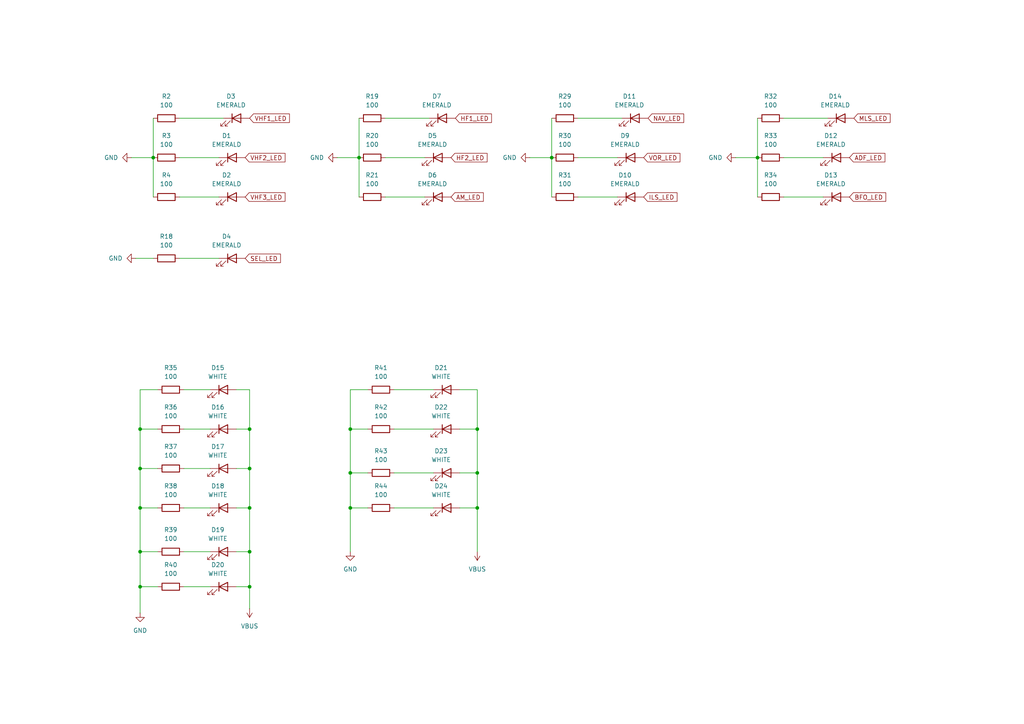
<source format=kicad_sch>
(kicad_sch (version 20231120) (generator "eeschema") (generator_version "8.0")
  (paper "A4")
  (lib_symbols
    (symbol "Device:LED" (pin_numbers hide) (pin_names (offset 1.016) hide)
      (property "Reference" "D" (at 0 2.54 0))
      (property "Value" "LED" (at 0 -2.54 0))
      (symbol "LED_0_1"
        (polyline (pts (xy -1.27 -1.27) (xy -1.27 1.27)) (stroke (width 0.254)))
        (polyline (pts (xy -1.27 0) (xy 1.27 0)))
        (polyline (pts (xy 1.27 -1.27) (xy 1.27 1.27) (xy -1.27 0) (xy 1.27 -1.27)) (stroke (width 0.254)))
        (polyline (pts (xy -3.048 -0.762) (xy -4.572 -2.286) (xy -3.81 -2.286) (xy -4.572 -2.286) (xy -4.572 -1.524)))
        (polyline (pts (xy -1.778 -0.762) (xy -3.302 -2.286) (xy -2.54 -2.286) (xy -3.302 -2.286) (xy -3.302 -1.524)))
      )
      (symbol "LED_1_1"
        (pin passive line (at -3.81 0 0) (length 2.54) (name "K") (number "1"))
        (pin passive line (at 3.81 0 180) (length 2.54) (name "A") (number "2"))
      )
    )
    (symbol "Device:R" (pin_numbers hide) (pin_names (offset 0))
      (property "Reference" "R" (at 2.032 0 90))
      (property "Value" "R" (at 0 0 90))
      (symbol "R_0_1"
        (rectangle (start -1.016 -2.54) (end 1.016 2.54) (stroke (width 0.254)))
      )
      (symbol "R_1_1"
        (pin passive line (at 0 3.81 270) (length 1.27) (name "~") (number "1"))
        (pin passive line (at 0 -3.81 90) (length 1.27) (name "~") (number "2"))
      )
    )
    (symbol "power:GND" (power) (pin_numbers hide) (pin_names (offset 0) hide)
      (property "Value" "GND" (at 0 -3.81 0))
      (symbol "GND_0_1"
        (polyline (pts (xy 0 0) (xy 0 -1.27) (xy 1.27 -1.27) (xy 0 -2.54) (xy -1.27 -1.27) (xy 0 -1.27)))
      )
      (symbol "GND_1_1"
        (pin power_in line (at 0 0 270) (length 0) (name "~") (number "1"))
      )
    )
    (symbol "power:VBUS" (power) (pin_numbers hide) (pin_names (offset 0) hide)
      (property "Value" "VBUS" (at 0 3.556 0))
      (symbol "VBUS_0_1"
        (polyline (pts (xy -0.762 1.27) (xy 0 2.54)))
        (polyline (pts (xy 0 0) (xy 0 2.54)))
        (polyline (pts (xy 0 2.54) (xy 0.762 1.27)))
      )
      (symbol "VBUS_1_1"
        (pin power_in line (at 0 0 90) (length 0) (name "~") (number "1"))
      )
    )
  )
  (junction (at 101.6 147.32))
  (junction (at 104.14 45.72))
  (junction (at 72.39 160.02))
  (junction (at 72.39 135.89))
  (junction (at 40.64 170.18))
  (junction (at 138.43 147.32))
  (junction (at 72.39 170.18))
  (junction (at 101.6 124.46))
  (junction (at 72.39 124.46))
  (junction (at 40.64 147.32))
  (junction (at 40.64 160.02))
  (junction (at 138.43 124.46))
  (junction (at 40.64 135.89))
  (junction (at 44.45 45.72))
  (junction (at 138.43 137.16))
  (junction (at 40.64 124.46))
  (junction (at 219.71 45.72))
  (junction (at 160.02 45.72))
  (junction (at 72.39 147.32))
  (junction (at 101.6 137.16))
  (wire (pts (xy 213.36 45.72) (xy 219.71 45.72)))
  (wire (pts (xy 153.67 45.72) (xy 160.02 45.72)))
  (wire (pts (xy 101.6 113.03) (xy 106.68 113.03)))
  (wire (pts (xy 72.39 113.03) (xy 72.39 124.46)))
  (wire (pts (xy 101.6 137.16) (xy 101.6 147.32)))
  (wire (pts (xy 40.64 124.46) (xy 40.64 135.89)))
  (wire (pts (xy 72.39 147.32) (xy 72.39 135.89)))
  (wire (pts (xy 167.64 45.72) (xy 179.07 45.72)))
  (wire (pts (xy 160.02 45.72) (xy 160.02 57.15)))
  (wire (pts (xy 111.76 45.72) (xy 123.19 45.72)))
  (wire (pts (xy 133.35 124.46) (xy 138.43 124.46)))
  (wire (pts (xy 52.07 45.72) (xy 63.5 45.72)))
  (wire (pts (xy 68.58 160.02) (xy 72.39 160.02)))
  (wire (pts (xy 104.14 34.29) (xy 104.14 45.72)))
  (wire (pts (xy 68.58 170.18) (xy 72.39 170.18)))
  (wire (pts (xy 44.45 34.29) (xy 44.45 45.72)))
  (wire (pts (xy 72.39 160.02) (xy 72.39 147.32)))
  (wire (pts (xy 72.39 113.03) (xy 68.58 113.03)))
  (wire (pts (xy 101.6 124.46) (xy 101.6 137.16)))
  (wire (pts (xy 53.34 135.89) (xy 60.96 135.89)))
  (wire (pts (xy 101.6 147.32) (xy 101.6 160.02)))
  (wire (pts (xy 40.64 135.89) (xy 45.72 135.89)))
  (wire (pts (xy 111.76 57.15) (xy 123.19 57.15)))
  (wire (pts (xy 53.34 124.46) (xy 60.96 124.46)))
  (wire (pts (xy 72.39 135.89) (xy 72.39 124.46)))
  (wire (pts (xy 40.64 124.46) (xy 45.72 124.46)))
  (wire (pts (xy 38.1 45.72) (xy 44.45 45.72)))
  (wire (pts (xy 227.33 57.15) (xy 238.76 57.15)))
  (wire (pts (xy 114.3 113.03) (xy 125.73 113.03)))
  (wire (pts (xy 133.35 137.16) (xy 138.43 137.16)))
  (wire (pts (xy 68.58 147.32) (xy 72.39 147.32)))
  (wire (pts (xy 219.71 45.72) (xy 219.71 57.15)))
  (wire (pts (xy 227.33 34.29) (xy 240.03 34.29)))
  (wire (pts (xy 52.07 57.15) (xy 63.5 57.15)))
  (wire (pts (xy 227.33 45.72) (xy 238.76 45.72)))
  (wire (pts (xy 167.64 34.29) (xy 180.34 34.29)))
  (wire (pts (xy 40.64 113.03) (xy 45.72 113.03)))
  (wire (pts (xy 101.6 147.32) (xy 106.68 147.32)))
  (wire (pts (xy 53.34 113.03) (xy 60.96 113.03)))
  (wire (pts (xy 101.6 124.46) (xy 106.68 124.46)))
  (wire (pts (xy 138.43 160.02) (xy 138.43 147.32)))
  (wire (pts (xy 138.43 147.32) (xy 138.43 137.16)))
  (wire (pts (xy 114.3 124.46) (xy 125.73 124.46)))
  (wire (pts (xy 53.34 170.18) (xy 60.96 170.18)))
  (wire (pts (xy 219.71 34.29) (xy 219.71 45.72)))
  (wire (pts (xy 40.64 170.18) (xy 45.72 170.18)))
  (wire (pts (xy 101.6 113.03) (xy 101.6 124.46)))
  (wire (pts (xy 72.39 170.18) (xy 72.39 160.02)))
  (wire (pts (xy 68.58 124.46) (xy 72.39 124.46)))
  (wire (pts (xy 53.34 147.32) (xy 60.96 147.32)))
  (wire (pts (xy 133.35 147.32) (xy 138.43 147.32)))
  (wire (pts (xy 40.64 160.02) (xy 45.72 160.02)))
  (wire (pts (xy 111.76 34.29) (xy 124.46 34.29)))
  (wire (pts (xy 101.6 137.16) (xy 106.68 137.16)))
  (wire (pts (xy 40.64 135.89) (xy 40.64 147.32)))
  (wire (pts (xy 104.14 45.72) (xy 104.14 57.15)))
  (wire (pts (xy 40.64 113.03) (xy 40.64 124.46)))
  (wire (pts (xy 97.79 45.72) (xy 104.14 45.72)))
  (wire (pts (xy 114.3 147.32) (xy 125.73 147.32)))
  (wire (pts (xy 40.64 147.32) (xy 45.72 147.32)))
  (wire (pts (xy 72.39 176.53) (xy 72.39 170.18)))
  (wire (pts (xy 52.07 34.29) (xy 64.77 34.29)))
  (wire (pts (xy 138.43 113.03) (xy 133.35 113.03)))
  (wire (pts (xy 40.64 160.02) (xy 40.64 170.18)))
  (wire (pts (xy 44.45 45.72) (xy 44.45 57.15)))
  (wire (pts (xy 52.07 74.93) (xy 63.5 74.93)))
  (wire (pts (xy 167.64 57.15) (xy 179.07 57.15)))
  (wire (pts (xy 114.3 137.16) (xy 125.73 137.16)))
  (wire (pts (xy 40.64 147.32) (xy 40.64 160.02)))
  (wire (pts (xy 138.43 137.16) (xy 138.43 124.46)))
  (wire (pts (xy 138.43 124.46) (xy 138.43 113.03)))
  (wire (pts (xy 53.34 160.02) (xy 60.96 160.02)))
  (wire (pts (xy 40.64 170.18) (xy 40.64 177.8)))
  (wire (pts (xy 68.58 135.89) (xy 72.39 135.89)))
  (wire (pts (xy 160.02 34.29) (xy 160.02 45.72)))
  (wire (pts (xy 39.37 74.93) (xy 44.45 74.93)))
  (global_label "BFO_LED" (shape input) (at 246.38 57.15 0) (property "Intersheetrefs" "${INTERSHEET_REFS}" (effects (hide yes))))
  (global_label "VOR_LED" (shape input) (at 186.69 45.72 0) (property "Intersheetrefs" "${INTERSHEET_REFS}" (effects (hide yes))))
  (global_label "ILS_LED" (shape input) (at 186.69 57.15 0) (property "Intersheetrefs" "${INTERSHEET_REFS}" (effects (hide yes))))
  (global_label "ADF_LED" (shape input) (at 246.38 45.72 0) (property "Intersheetrefs" "${INTERSHEET_REFS}" (effects (hide yes))))
  (global_label "SEL_LED" (shape input) (at 71.12 74.93 0) (property "Intersheetrefs" "${INTERSHEET_REFS}" (effects (hide yes))))
  (global_label "NAV_LED" (shape input) (at 187.96 34.29 0) (property "Intersheetrefs" "${INTERSHEET_REFS}" (effects (hide yes))))
  (global_label "AM_LED" (shape input) (at 130.81 57.15 0) (property "Intersheetrefs" "${INTERSHEET_REFS}" (effects (hide yes))))
  (global_label "HF2_LED" (shape input) (at 130.81 45.72 0) (property "Intersheetrefs" "${INTERSHEET_REFS}" (effects (hide yes))))
  (global_label "HF1_LED" (shape input) (at 132.08 34.29 0) (property "Intersheetrefs" "${INTERSHEET_REFS}" (effects (hide yes))))
  (global_label "MLS_LED" (shape input) (at 247.65 34.29 0) (property "Intersheetrefs" "${INTERSHEET_REFS}" (effects (hide yes))))
  (global_label "VHF3_LED" (shape input) (at 71.12 57.15 0) (property "Intersheetrefs" "${INTERSHEET_REFS}" (effects (hide yes))))
  (global_label "VHF2_LED" (shape input) (at 71.12 45.72 0) (property "Intersheetrefs" "${INTERSHEET_REFS}" (effects (hide yes))))
  (global_label "VHF1_LED" (shape input) (at 72.39 34.29 0) (property "Intersheetrefs" "${INTERSHEET_REFS}" (effects (hide yes))))
  (symbol (lib_id "power:VBUS") (at 138.43 160.02 180) (unit 1)
    (property "Reference" "#PWR071" (effects (hide yes)))
    (property "Value" "VBUS" (at 138.43 165.1 0))
    (property "Description" "Power symbol creates a global label with name \"VBUS\"" (effects (hide yes)))
  )
  (symbol (lib_id "Device:R") (at 223.52 45.72 90) (unit 1)
    (property "Reference" "R33" (at 223.52 39.37 90))
    (property "Value" "100" (at 223.52 41.91 90))
    (property "Footprint" "Resistor_SMD:R_0402_1005Metric" (effects (hide yes)))
    (property "Description" "Resistor" (effects (hide yes)))
  )
  (symbol (lib_id "power:GND") (at 213.36 45.72 270) (unit 1)
    (property "Reference" "#PWR040" (effects (hide yes)))
    (property "Value" "GND" (at 209.55 45.7199 90) (effects (justify right)))
    (property "Description" "Power symbol creates a global label with name \"GND\" , ground" (effects (hide yes)))
  )
  (symbol (lib_id "Device:R") (at 49.53 160.02 90) (unit 1)
    (property "Reference" "R39" (at 49.53 153.67 90))
    (property "Value" "100" (at 49.53 156.21 90))
    (property "Footprint" "Resistor_SMD:R_0402_1005Metric" (effects (hide yes)))
    (property "Description" "Resistor" (effects (hide yes)))
  )
  (symbol (lib_id "Device:LED") (at 64.77 160.02 0) (unit 1)
    (property "Reference" "D19" (at 63.1825 153.67 0))
    (property "Value" "WHITE" (at 63.1825 156.21 0))
    (property "Footprint" "LED_SMD:LED_0603_1608Metric" (effects (hide yes)))
    (property "Description" "Light emitting diode" (effects (hide yes)))
  )
  (symbol (lib_id "Device:LED") (at 129.54 113.03 0) (unit 1)
    (property "Reference" "D21" (at 127.9525 106.68 0))
    (property "Value" "WHITE" (at 127.9525 109.22 0))
    (property "Footprint" "LED_SMD:LED_0603_1608Metric" (effects (hide yes)))
    (property "Description" "Light emitting diode" (effects (hide yes)))
  )
  (symbol (lib_id "Device:R") (at 223.52 57.15 90) (unit 1)
    (property "Reference" "R34" (at 223.52 50.8 90))
    (property "Value" "100" (at 223.52 53.34 90))
    (property "Footprint" "Resistor_SMD:R_0402_1005Metric" (effects (hide yes)))
    (property "Description" "Resistor" (effects (hide yes)))
  )
  (symbol (lib_id "Device:LED") (at 127 45.72 0) (unit 1)
    (property "Reference" "D5" (at 125.4125 39.37 0))
    (property "Value" "EMERALD" (at 125.4125 41.91 0))
    (property "Footprint" "LED_SMD:LED_0805_2012Metric" (effects (hide yes)))
    (property "Description" "Light emitting diode" (effects (hide yes)))
  )
  (symbol (lib_id "power:GND") (at 153.67 45.72 270) (unit 1)
    (property "Reference" "#PWR039" (effects (hide yes)))
    (property "Value" "GND" (at 149.86 45.7199 90) (effects (justify right)))
    (property "Description" "Power symbol creates a global label with name \"GND\" , ground" (effects (hide yes)))
  )
  (symbol (lib_id "Device:R") (at 110.49 147.32 90) (unit 1)
    (property "Reference" "R44" (at 110.49 140.97 90))
    (property "Value" "100" (at 110.49 143.51 90))
    (property "Footprint" "Resistor_SMD:R_0402_1005Metric" (effects (hide yes)))
    (property "Description" "Resistor" (effects (hide yes)))
  )
  (symbol (lib_id "Device:R") (at 223.52 34.29 90) (unit 1)
    (property "Reference" "R32" (at 223.52 27.94 90))
    (property "Value" "100" (at 223.52 30.48 90))
    (property "Footprint" "Resistor_SMD:R_0402_1005Metric" (effects (hide yes)))
    (property "Description" "Resistor" (effects (hide yes)))
  )
  (symbol (lib_id "Device:R") (at 49.53 135.89 90) (unit 1)
    (property "Reference" "R37" (at 49.53 129.54 90))
    (property "Value" "100" (at 49.53 132.08 90))
    (property "Footprint" "Resistor_SMD:R_0402_1005Metric" (effects (hide yes)))
    (property "Description" "Resistor" (effects (hide yes)))
  )
  (symbol (lib_id "Device:LED") (at 64.77 147.32 0) (unit 1)
    (property "Reference" "D18" (at 63.1825 140.97 0))
    (property "Value" "WHITE" (at 63.1825 143.51 0))
    (property "Footprint" "LED_SMD:LED_0603_1608Metric" (effects (hide yes)))
    (property "Description" "Light emitting diode" (effects (hide yes)))
  )
  (symbol (lib_id "power:GND") (at 39.37 74.93 270) (unit 1)
    (property "Reference" "#PWR034" (effects (hide yes)))
    (property "Value" "GND" (at 35.56 74.9299 90) (effects (justify right)))
    (property "Description" "Power symbol creates a global label with name \"GND\" , ground" (effects (hide yes)))
  )
  (symbol (lib_id "Device:R") (at 107.95 57.15 90) (unit 1)
    (property "Reference" "R21" (at 107.95 50.8 90))
    (property "Value" "100" (at 107.95 53.34 90))
    (property "Footprint" "Resistor_SMD:R_0402_1005Metric" (effects (hide yes)))
    (property "Description" "Resistor" (effects (hide yes)))
  )
  (symbol (lib_id "Device:LED") (at 129.54 147.32 0) (unit 1)
    (property "Reference" "D24" (at 127.9525 140.97 0))
    (property "Value" "WHITE" (at 127.9525 143.51 0))
    (property "Footprint" "LED_SMD:LED_0603_1608Metric" (effects (hide yes)))
    (property "Description" "Light emitting diode" (effects (hide yes)))
  )
  (symbol (lib_id "Device:R") (at 110.49 113.03 90) (unit 1)
    (property "Reference" "R41" (at 110.49 106.68 90))
    (property "Value" "100" (at 110.49 109.22 90))
    (property "Footprint" "Resistor_SMD:R_0402_1005Metric" (effects (hide yes)))
    (property "Description" "Resistor" (effects (hide yes)))
  )
  (symbol (lib_id "Device:R") (at 49.53 147.32 90) (unit 1)
    (property "Reference" "R38" (at 49.53 140.97 90))
    (property "Value" "100" (at 49.53 143.51 90))
    (property "Footprint" "Resistor_SMD:R_0402_1005Metric" (effects (hide yes)))
    (property "Description" "Resistor" (effects (hide yes)))
  )
  (symbol (lib_id "Device:R") (at 107.95 34.29 90) (unit 1)
    (property "Reference" "R19" (at 107.95 27.94 90))
    (property "Value" "100" (at 107.95 30.48 90))
    (property "Footprint" "Resistor_SMD:R_0402_1005Metric" (effects (hide yes)))
    (property "Description" "Resistor" (effects (hide yes)))
  )
  (symbol (lib_id "Device:LED") (at 67.31 57.15 0) (unit 1)
    (property "Reference" "D2" (at 65.7225 50.8 0))
    (property "Value" "EMERALD" (at 65.7225 53.34 0))
    (property "Footprint" "LED_SMD:LED_0805_2012Metric" (effects (hide yes)))
    (property "Description" "Light emitting diode" (effects (hide yes)))
  )
  (symbol (lib_id "Device:LED") (at 64.77 113.03 0) (unit 1)
    (property "Reference" "D15" (at 63.1825 106.68 0))
    (property "Value" "WHITE" (at 63.1825 109.22 0))
    (property "Footprint" "LED_SMD:LED_0603_1608Metric" (effects (hide yes)))
    (property "Description" "Light emitting diode" (effects (hide yes)))
  )
  (symbol (lib_id "Device:LED") (at 242.57 57.15 0) (unit 1)
    (property "Reference" "D13" (at 240.9825 50.8 0))
    (property "Value" "EMERALD" (at 240.9825 53.34 0))
    (property "Footprint" "LED_SMD:LED_0805_2012Metric" (effects (hide yes)))
    (property "Description" "Light emitting diode" (effects (hide yes)))
  )
  (symbol (lib_id "power:VBUS") (at 72.39 176.53 180) (unit 1)
    (property "Reference" "#PWR065" (effects (hide yes)))
    (property "Value" "VBUS" (at 72.39 181.61 0))
    (property "Description" "Power symbol creates a global label with name \"VBUS\"" (effects (hide yes)))
  )
  (symbol (lib_id "Device:R") (at 49.53 124.46 90) (unit 1)
    (property "Reference" "R36" (at 49.53 118.11 90))
    (property "Value" "100" (at 49.53 120.65 90))
    (property "Footprint" "Resistor_SMD:R_0402_1005Metric" (effects (hide yes)))
    (property "Description" "Resistor" (effects (hide yes)))
  )
  (symbol (lib_id "Device:R") (at 163.83 45.72 90) (unit 1)
    (property "Reference" "R30" (at 163.83 39.37 90))
    (property "Value" "100" (at 163.83 41.91 90))
    (property "Footprint" "Resistor_SMD:R_0402_1005Metric" (effects (hide yes)))
    (property "Description" "Resistor" (effects (hide yes)))
  )
  (symbol (lib_id "Device:R") (at 163.83 34.29 90) (unit 1)
    (property "Reference" "R29" (at 163.83 27.94 90))
    (property "Value" "100" (at 163.83 30.48 90))
    (property "Footprint" "Resistor_SMD:R_0402_1005Metric" (effects (hide yes)))
    (property "Description" "Resistor" (effects (hide yes)))
  )
  (symbol (lib_id "power:GND") (at 40.64 177.8 0) (unit 1)
    (property "Reference" "#PWR036" (effects (hide yes)))
    (property "Value" "GND" (at 40.64 182.88 0))
    (property "Description" "Power symbol creates a global label with name \"GND\" , ground" (effects (hide yes)))
  )
  (symbol (lib_id "Device:LED") (at 64.77 135.89 0) (unit 1)
    (property "Reference" "D17" (at 63.1825 129.54 0))
    (property "Value" "WHITE" (at 63.1825 132.08 0))
    (property "Footprint" "LED_SMD:LED_0603_1608Metric" (effects (hide yes)))
    (property "Description" "Light emitting diode" (effects (hide yes)))
  )
  (symbol (lib_id "Device:LED") (at 182.88 57.15 0) (unit 1)
    (property "Reference" "D10" (at 181.2925 50.8 0))
    (property "Value" "EMERALD" (at 181.2925 53.34 0))
    (property "Footprint" "LED_SMD:LED_0805_2012Metric" (effects (hide yes)))
    (property "Description" "Light emitting diode" (effects (hide yes)))
  )
  (symbol (lib_id "Device:R") (at 163.83 57.15 90) (unit 1)
    (property "Reference" "R31" (at 163.83 50.8 90))
    (property "Value" "100" (at 163.83 53.34 90))
    (property "Footprint" "Resistor_SMD:R_0402_1005Metric" (effects (hide yes)))
    (property "Description" "Resistor" (effects (hide yes)))
  )
  (symbol (lib_id "Device:R") (at 48.26 74.93 90) (unit 1)
    (property "Reference" "R18" (at 48.26 68.58 90))
    (property "Value" "100" (at 48.26 71.12 90))
    (property "Footprint" "Resistor_SMD:R_0402_1005Metric" (effects (hide yes)))
    (property "Description" "Resistor" (effects (hide yes)))
  )
  (symbol (lib_id "power:GND") (at 97.79 45.72 270) (unit 1)
    (property "Reference" "#PWR038" (effects (hide yes)))
    (property "Value" "GND" (at 93.98 45.7199 90) (effects (justify right)))
    (property "Description" "Power symbol creates a global label with name \"GND\" , ground" (effects (hide yes)))
  )
  (symbol (lib_id "Device:LED") (at 64.77 170.18 0) (unit 1)
    (property "Reference" "D20" (at 63.1825 163.83 0))
    (property "Value" "WHITE" (at 63.1825 166.37 0))
    (property "Footprint" "LED_SMD:LED_0603_1608Metric" (effects (hide yes)))
    (property "Description" "Light emitting diode" (effects (hide yes)))
  )
  (symbol (lib_id "Device:LED") (at 128.27 34.29 0) (unit 1)
    (property "Reference" "D7" (at 126.6825 27.94 0))
    (property "Value" "EMERALD" (at 126.6825 30.48 0))
    (property "Footprint" "LED_SMD:LED_0805_2012Metric" (effects (hide yes)))
    (property "Description" "Light emitting diode" (effects (hide yes)))
  )
  (symbol (lib_id "Device:LED") (at 67.31 74.93 0) (unit 1)
    (property "Reference" "D4" (at 65.7225 68.58 0))
    (property "Value" "EMERALD" (at 65.7225 71.12 0))
    (property "Footprint" "LED_SMD:LED_0805_2012Metric" (effects (hide yes)))
    (property "Description" "Light emitting diode" (effects (hide yes)))
  )
  (symbol (lib_id "Device:LED") (at 243.84 34.29 0) (unit 1)
    (property "Reference" "D14" (at 242.2525 27.94 0))
    (property "Value" "EMERALD" (at 242.2525 30.48 0))
    (property "Footprint" "LED_SMD:LED_0805_2012Metric" (effects (hide yes)))
    (property "Description" "Light emitting diode" (effects (hide yes)))
  )
  (symbol (lib_id "Device:LED") (at 127 57.15 0) (unit 1)
    (property "Reference" "D6" (at 125.4125 50.8 0))
    (property "Value" "EMERALD" (at 125.4125 53.34 0))
    (property "Footprint" "LED_SMD:LED_0805_2012Metric" (effects (hide yes)))
    (property "Description" "Light emitting diode" (effects (hide yes)))
  )
  (symbol (lib_id "power:GND") (at 38.1 45.72 270) (unit 1)
    (property "Reference" "#PWR033" (effects (hide yes)))
    (property "Value" "GND" (at 34.29 45.7199 90) (effects (justify right)))
    (property "Description" "Power symbol creates a global label with name \"GND\" , ground" (effects (hide yes)))
  )
  (symbol (lib_id "Device:R") (at 48.26 45.72 90) (unit 1)
    (property "Reference" "R3" (at 48.26 39.37 90))
    (property "Value" "100" (at 48.26 41.91 90))
    (property "Footprint" "Resistor_SMD:R_0402_1005Metric" (effects (hide yes)))
    (property "Description" "Resistor" (effects (hide yes)))
  )
  (symbol (lib_id "Device:LED") (at 67.31 45.72 0) (unit 1)
    (property "Reference" "D1" (at 65.7225 39.37 0))
    (property "Value" "EMERALD" (at 65.7225 41.91 0))
    (property "Footprint" "LED_SMD:LED_0805_2012Metric" (effects (hide yes)))
    (property "Description" "Light emitting diode" (effects (hide yes)))
  )
  (symbol (lib_id "Device:R") (at 49.53 170.18 90) (unit 1)
    (property "Reference" "R40" (at 49.53 163.83 90))
    (property "Value" "100" (at 49.53 166.37 90))
    (property "Footprint" "Resistor_SMD:R_0402_1005Metric" (effects (hide yes)))
    (property "Description" "Resistor" (effects (hide yes)))
  )
  (symbol (lib_id "Device:LED") (at 184.15 34.29 0) (unit 1)
    (property "Reference" "D11" (at 182.5625 27.94 0))
    (property "Value" "EMERALD" (at 182.5625 30.48 0))
    (property "Footprint" "LED_SMD:LED_0805_2012Metric" (effects (hide yes)))
    (property "Description" "Light emitting diode" (effects (hide yes)))
  )
  (symbol (lib_id "Device:R") (at 110.49 137.16 90) (unit 1)
    (property "Reference" "R43" (at 110.49 130.81 90))
    (property "Value" "100" (at 110.49 133.35 90))
    (property "Footprint" "Resistor_SMD:R_0402_1005Metric" (effects (hide yes)))
    (property "Description" "Resistor" (effects (hide yes)))
  )
  (symbol (lib_id "Device:R") (at 49.53 113.03 90) (unit 1)
    (property "Reference" "R35" (at 49.53 106.68 90))
    (property "Value" "100" (at 49.53 109.22 90))
    (property "Footprint" "Resistor_SMD:R_0402_1005Metric" (effects (hide yes)))
    (property "Description" "Resistor" (effects (hide yes)))
  )
  (symbol (lib_id "Device:LED") (at 242.57 45.72 0) (unit 1)
    (property "Reference" "D12" (at 240.9825 39.37 0))
    (property "Value" "EMERALD" (at 240.9825 41.91 0))
    (property "Footprint" "LED_SMD:LED_0805_2012Metric" (effects (hide yes)))
    (property "Description" "Light emitting diode" (effects (hide yes)))
  )
  (symbol (lib_id "Device:LED") (at 68.58 34.29 0) (unit 1)
    (property "Reference" "D3" (at 66.9925 27.94 0))
    (property "Value" "EMERALD" (at 66.9925 30.48 0))
    (property "Footprint" "LED_SMD:LED_0805_2012Metric" (effects (hide yes)))
    (property "Description" "Light emitting diode" (effects (hide yes)))
  )
  (symbol (lib_id "Device:LED") (at 64.77 124.46 0) (unit 1)
    (property "Reference" "D16" (at 63.1825 118.11 0))
    (property "Value" "WHITE" (at 63.1825 120.65 0))
    (property "Footprint" "LED_SMD:LED_0603_1608Metric" (effects (hide yes)))
    (property "Description" "Light emitting diode" (effects (hide yes)))
  )
  (symbol (lib_id "Device:R") (at 110.49 124.46 90) (unit 1)
    (property "Reference" "R42" (at 110.49 118.11 90))
    (property "Value" "100" (at 110.49 120.65 90))
    (property "Footprint" "Resistor_SMD:R_0402_1005Metric" (effects (hide yes)))
    (property "Description" "Resistor" (effects (hide yes)))
  )
  (symbol (lib_id "Device:R") (at 48.26 57.15 90) (unit 1)
    (property "Reference" "R4" (at 48.26 50.8 90))
    (property "Value" "100" (at 48.26 53.34 90))
    (property "Footprint" "Resistor_SMD:R_0402_1005Metric" (effects (hide yes)))
    (property "Description" "Resistor" (effects (hide yes)))
  )
  (symbol (lib_id "Device:R") (at 48.26 34.29 90) (unit 1)
    (property "Reference" "R2" (at 48.26 27.94 90))
    (property "Value" "100" (at 48.26 30.48 90))
    (property "Footprint" "Resistor_SMD:R_0402_1005Metric" (effects (hide yes)))
    (property "Description" "Resistor" (effects (hide yes)))
  )
  (symbol (lib_id "power:GND") (at 101.6 160.02 0) (unit 1)
    (property "Reference" "#PWR037" (effects (hide yes)))
    (property "Value" "GND" (at 101.6 165.1 0))
    (property "Description" "Power symbol creates a global label with name \"GND\" , ground" (effects (hide yes)))
  )
  (symbol (lib_id "Device:LED") (at 129.54 124.46 0) (unit 1)
    (property "Reference" "D22" (at 127.9525 118.11 0))
    (property "Value" "WHITE" (at 127.9525 120.65 0))
    (property "Footprint" "LED_SMD:LED_0603_1608Metric" (effects (hide yes)))
    (property "Description" "Light emitting diode" (effects (hide yes)))
  )
  (symbol (lib_id "Device:R") (at 107.95 45.72 90) (unit 1)
    (property "Reference" "R20" (at 107.95 39.37 90))
    (property "Value" "100" (at 107.95 41.91 90))
    (property "Footprint" "Resistor_SMD:R_0402_1005Metric" (effects (hide yes)))
    (property "Description" "Resistor" (effects (hide yes)))
  )
  (symbol (lib_id "Device:LED") (at 182.88 45.72 0) (unit 1)
    (property "Reference" "D9" (at 181.2925 39.37 0))
    (property "Value" "EMERALD" (at 181.2925 41.91 0))
    (property "Footprint" "LED_SMD:LED_0805_2012Metric" (effects (hide yes)))
    (property "Description" "Light emitting diode" (effects (hide yes)))
  )
  (symbol (lib_id "Device:LED") (at 129.54 137.16 0) (unit 1)
    (property "Reference" "D23" (at 127.9525 130.81 0))
    (property "Value" "WHITE" (at 127.9525 133.35 0))
    (property "Footprint" "LED_SMD:LED_0603_1608Metric" (effects (hide yes)))
    (property "Description" "Light emitting diode" (effects (hide yes)))
  )
)
</source>
